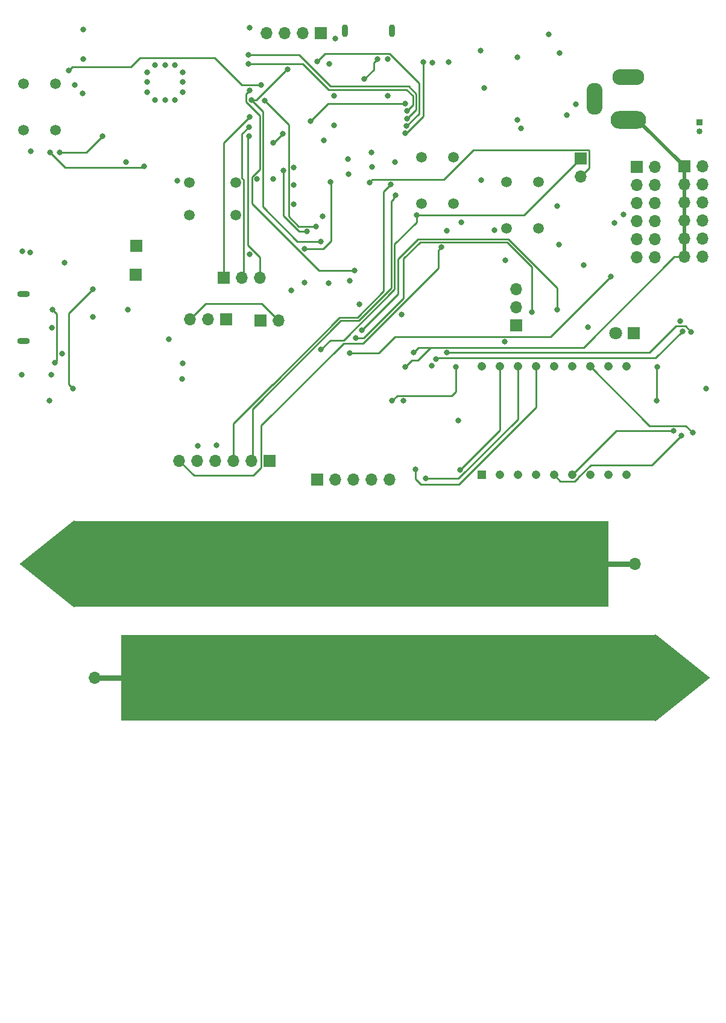
<source format=gbr>
%TF.GenerationSoftware,KiCad,Pcbnew,7.0.6*%
%TF.CreationDate,2023-11-01T15:52:39-07:00*%
%TF.ProjectId,Deliverable4_schematics,44656c69-7665-4726-9162-6c65345f7363,rev?*%
%TF.SameCoordinates,Original*%
%TF.FileFunction,Copper,L4,Bot*%
%TF.FilePolarity,Positive*%
%FSLAX46Y46*%
G04 Gerber Fmt 4.6, Leading zero omitted, Abs format (unit mm)*
G04 Created by KiCad (PCBNEW 7.0.6) date 2023-11-01 15:52:39*
%MOMM*%
%LPD*%
G01*
G04 APERTURE LIST*
G04 Aperture macros list*
%AMFreePoly0*
4,1,44,6.000000,-37.400000,6.017209,-37.405591,6.035282,-37.406431,6.045874,-37.414905,6.058779,-37.419098,6.069415,-37.433737,6.083542,-37.445039,6.087130,-37.458121,6.095106,-37.469098,6.095106,-37.487191,6.099893,-37.504641,6.095106,-37.517336,6.095106,-37.530902,6.084470,-37.545539,6.078087,-37.562470,0.078087,-45.062470,0.055956,-45.077029,0.035282,-45.093569,0.030476,-45.093792,0.026455,-45.096438,
-0.000010,-45.095208,-0.026455,-45.096437,-0.030473,-45.093793,-0.035282,-45.093570,-0.055970,-45.077019,-0.078087,-45.062469,-6.078087,-37.562470,-6.084470,-37.545540,-6.095106,-37.530902,-6.095106,-37.517335,-6.099893,-37.504640,-6.095106,-37.487189,-6.095106,-37.469098,-6.087132,-37.458123,-6.083543,-37.445039,-6.069413,-37.433735,-6.058779,-37.419098,-6.045876,-37.414905,-6.035282,-37.406430,-6.017205,-37.405590,
-6.000000,-37.400000,-6.000000,37.500000,6.000000,37.500000,6.000000,-37.400000,6.000000,-37.400000,$1*%
G04 Aperture macros list end*
%TA.AperFunction,ComponentPad*%
%ADD10O,1.700000X1.700000*%
%TD*%
%TA.AperFunction,SMDPad,CuDef*%
%ADD11FreePoly0,90.000000*%
%TD*%
%TA.AperFunction,SMDPad,CuDef*%
%ADD12FreePoly0,270.000000*%
%TD*%
%TA.AperFunction,ComponentPad*%
%ADD13O,0.900000X1.800000*%
%TD*%
%TA.AperFunction,ComponentPad*%
%ADD14R,1.700000X1.700000*%
%TD*%
%TA.AperFunction,ComponentPad*%
%ADD15R,1.208000X1.208000*%
%TD*%
%TA.AperFunction,ComponentPad*%
%ADD16C,1.208000*%
%TD*%
%TA.AperFunction,ComponentPad*%
%ADD17O,5.000000X2.500000*%
%TD*%
%TA.AperFunction,ComponentPad*%
%ADD18O,4.500000X2.250000*%
%TD*%
%TA.AperFunction,ComponentPad*%
%ADD19O,2.250000X4.500000*%
%TD*%
%TA.AperFunction,ComponentPad*%
%ADD20R,0.850000X0.850000*%
%TD*%
%TA.AperFunction,ComponentPad*%
%ADD21C,0.850000*%
%TD*%
%TA.AperFunction,ComponentPad*%
%ADD22C,1.507998*%
%TD*%
%TA.AperFunction,ComponentPad*%
%ADD23R,1.800000X1.800000*%
%TD*%
%TA.AperFunction,ComponentPad*%
%ADD24C,1.800000*%
%TD*%
%TA.AperFunction,ComponentPad*%
%ADD25O,1.800000X0.900000*%
%TD*%
%TA.AperFunction,ViaPad*%
%ADD26C,0.800000*%
%TD*%
%TA.AperFunction,Conductor*%
%ADD27C,0.250000*%
%TD*%
%TA.AperFunction,Conductor*%
%ADD28C,0.500000*%
%TD*%
%TA.AperFunction,Conductor*%
%ADD29C,0.750000*%
%TD*%
G04 APERTURE END LIST*
D10*
%TO.P,U10,2*%
%TO.N,Net-(U10-Pad2)*%
X184609000Y-166800000D03*
D11*
%TO.P,U10,4*%
X225841000Y-166810000D03*
%TD*%
D10*
%TO.P,U11,2*%
%TO.N,Net-(U11-Pad2)*%
X260491000Y-150800000D03*
D12*
%TO.P,U11,4*%
X219259000Y-150790000D03*
%TD*%
D13*
%TO.P,J7,S5*%
%TO.N,N/C*%
X226400000Y-75900000D03*
%TO.P,J7,S6*%
X219800000Y-75900000D03*
%TD*%
D14*
%TO.P,J2,1,Pin_1*%
%TO.N,unconnected-(J2-Pin_1-Pad1)*%
X209200000Y-136300000D03*
D10*
%TO.P,J2,2,Pin_2*%
%TO.N,Net-(IC1-PGC1{slash}OA1IN+_{slash}_AN4_{slash}_C1IN1+_{slash}_C1IN3-_{slash}_RPB2_{slash}_RB2)*%
X206660000Y-136300000D03*
%TO.P,J2,3,Pin_3*%
%TO.N,Net-(IC1-PGD1{slash}OA1IN-_{slash}_AN5_{slash}_CTCMP_{slash}_C1IN1-_{slash}_RTCC_{slash}_RPB3_{slash}_RB3)*%
X204120000Y-136300000D03*
%TO.P,J2,4,Pin_4*%
%TO.N,GND*%
X201580000Y-136300000D03*
%TO.P,J2,5,Pin_5*%
%TO.N,+3.3V*%
X199040000Y-136300000D03*
%TO.P,J2,6,Pin_6*%
%TO.N,Net-(IC1-~{MCLR})*%
X196500000Y-136300000D03*
%TD*%
D15*
%TO.P,D7,1*%
%TO.N,Net-(D7-Pad1)*%
X238940000Y-138320000D03*
D16*
%TO.P,D7,2*%
%TO.N,Net-(D7-Pad2)*%
X241480000Y-138320000D03*
%TO.P,D7,3*%
%TO.N,Net-(D7-Pad3)*%
X244020000Y-138320000D03*
%TO.P,D7,4*%
%TO.N,Net-(D7-Pad4)*%
X246560000Y-138320000D03*
%TO.P,D7,5*%
%TO.N,Net-(D7-Pad5)*%
X249100000Y-138320000D03*
%TO.P,D7,6*%
%TO.N,Net-(D7-Pad6)*%
X251640000Y-138320000D03*
%TO.P,D7,7*%
%TO.N,Net-(D7-Pad7)*%
X254180000Y-138320000D03*
%TO.P,D7,8*%
%TO.N,Net-(D7-Pad8)*%
X256720000Y-138320000D03*
%TO.P,D7,9*%
%TO.N,Net-(D7-Pad9)*%
X259260000Y-138320000D03*
%TO.P,D7,10*%
%TO.N,Net-(D7-Pad10)*%
X259260000Y-123080000D03*
%TO.P,D7,11*%
%TO.N,Net-(D7-Pad11)*%
X256720000Y-123080000D03*
%TO.P,D7,12*%
%TO.N,Net-(D7-Pad12)*%
X254180000Y-123080000D03*
%TO.P,D7,13*%
%TO.N,GND*%
X251640000Y-123080000D03*
%TO.P,D7,14*%
X249100000Y-123080000D03*
%TO.P,D7,15*%
%TO.N,Net-(D7-Pad15)*%
X246560000Y-123080000D03*
%TO.P,D7,16*%
%TO.N,Net-(D7-Pad16)*%
X244020000Y-123080000D03*
%TO.P,D7,17*%
%TO.N,Net-(D7-Pad17)*%
X241480000Y-123080000D03*
%TO.P,D7,18*%
%TO.N,Net-(D7-Pad18)*%
X238940000Y-123080000D03*
%TD*%
D17*
%TO.P,J5,1*%
%TO.N,+5V*%
X259526193Y-88412500D03*
D18*
%TO.P,J5,2*%
%TO.N,GND*%
X259526193Y-82412500D03*
D19*
%TO.P,J5,3*%
%TO.N,N/C*%
X254826193Y-85412500D03*
%TD*%
D14*
%TO.P,SW2,1,1*%
%TO.N,+3.3V*%
X207900000Y-116600000D03*
D10*
%TO.P,SW2,2,2*%
%TO.N,/Sensors/WaterLevel*%
X210440000Y-116600000D03*
%TD*%
D14*
%TO.P,J3,1,Pin_1*%
%TO.N,+5V*%
X267400000Y-94970000D03*
D10*
%TO.P,J3,2,Pin_2*%
%TO.N,GND*%
X269940000Y-94970000D03*
%TO.P,J3,3,Pin_3*%
%TO.N,+5V*%
X267400000Y-97510000D03*
%TO.P,J3,4,Pin_4*%
%TO.N,GND*%
X269940000Y-97510000D03*
%TO.P,J3,5,Pin_5*%
%TO.N,+5V*%
X267400000Y-100050000D03*
%TO.P,J3,6,Pin_6*%
%TO.N,GND*%
X269940000Y-100050000D03*
%TO.P,J3,7,Pin_7*%
%TO.N,+5V*%
X267400000Y-102590000D03*
%TO.P,J3,8,Pin_8*%
%TO.N,GND*%
X269940000Y-102590000D03*
%TO.P,J3,9,Pin_9*%
%TO.N,+5V*%
X267400000Y-105130000D03*
%TO.P,J3,10,Pin_10*%
%TO.N,GND*%
X269940000Y-105130000D03*
%TO.P,J3,11,Pin_11*%
%TO.N,+5V*%
X267400000Y-107670000D03*
%TO.P,J3,12,Pin_12*%
%TO.N,GND*%
X269940000Y-107670000D03*
%TD*%
D14*
%TO.P,J11,1,Pin_1*%
%TO.N,Net-(J11-Pin_1)*%
X202775000Y-110600000D03*
D10*
%TO.P,J11,2,Pin_2*%
%TO.N,Net-(J11-Pin_2)*%
X205315000Y-110600000D03*
%TO.P,J11,3,Pin_3*%
%TO.N,Net-(J11-Pin_3)*%
X207855000Y-110600000D03*
%TD*%
D14*
%TO.P,J4,1,Pin_1*%
%TO.N,+3.3V*%
X260760000Y-95000000D03*
D10*
%TO.P,J4,2,Pin_2*%
%TO.N,GND*%
X263300000Y-95000000D03*
%TO.P,J4,3,Pin_3*%
%TO.N,+3.3V*%
X260760000Y-97540000D03*
%TO.P,J4,4,Pin_4*%
%TO.N,GND*%
X263300000Y-97540000D03*
%TO.P,J4,5,Pin_5*%
%TO.N,+3.3V*%
X260760000Y-100080000D03*
%TO.P,J4,6,Pin_6*%
%TO.N,GND*%
X263300000Y-100080000D03*
%TO.P,J4,7,Pin_7*%
%TO.N,+3.3V*%
X260760000Y-102620000D03*
%TO.P,J4,8,Pin_8*%
%TO.N,GND*%
X263300000Y-102620000D03*
%TO.P,J4,9,Pin_9*%
%TO.N,+3.3V*%
X260760000Y-105160000D03*
%TO.P,J4,10,Pin_10*%
%TO.N,GND*%
X263300000Y-105160000D03*
%TO.P,J4,11,Pin_11*%
%TO.N,+3.3V*%
X260760000Y-107700000D03*
%TO.P,J4,12,Pin_12*%
%TO.N,GND*%
X263300000Y-107700000D03*
%TD*%
D14*
%TO.P,U3,1*%
%TO.N,/Sensors/SoilMoisture*%
X190400000Y-110200000D03*
%TD*%
%TO.P,J10,1,Pin_1*%
%TO.N,Net-(IC1-TDO_{slash}_RPB10_{slash}_PWMH3_{slash}_RB10)*%
X215840000Y-139000000D03*
D10*
%TO.P,J10,2,Pin_2*%
%TO.N,Net-(IC1-TCK_{slash}_RPB11_{slash}_PWML3_{slash}_RB11)*%
X218380000Y-139000000D03*
%TO.P,J10,3,Pin_3*%
%TO.N,Net-(IC1-RPB12_{slash}_PWMH2_{slash}_RB12)*%
X220920000Y-139000000D03*
%TO.P,J10,4,Pin_4*%
%TO.N,Net-(IC1-RPB13_{slash}_PWML2_{slash}_CTPLS_{slash}_RB13)*%
X223460000Y-139000000D03*
%TO.P,J10,5,Pin_5*%
%TO.N,Net-(IC1-PWMH4_{slash}_RA10)*%
X226000000Y-139000000D03*
%TD*%
D14*
%TO.P,J6,1,Pin_1*%
%TO.N,/Sensors/Temp*%
X203125000Y-116400000D03*
D10*
%TO.P,J6,2,Pin_2*%
%TO.N,/Sensors/SoilMoisture*%
X200585000Y-116400000D03*
%TO.P,J6,3,Pin_3*%
%TO.N,/Sensors/WaterLevel*%
X198045000Y-116400000D03*
%TD*%
D14*
%TO.P,U2,1*%
%TO.N,Net-(Q1-S)*%
X190500000Y-106100000D03*
%TD*%
D20*
%TO.P,M1,1,+*%
%TO.N,+5V*%
X269525000Y-88762500D03*
D21*
%TO.P,M1,2,-*%
%TO.N,Net-(D6-A)*%
X269525000Y-90012500D03*
%TD*%
D22*
%TO.P,SW4,1,1*%
%TO.N,GND*%
X197949999Y-97254900D03*
%TO.P,SW4,2*%
%TO.N,N/C*%
X204450001Y-97254900D03*
%TO.P,SW4,3*%
X197949999Y-101754901D03*
%TO.P,SW4,4,4*%
%TO.N,Net-(U5-IO0)*%
X204450001Y-101754901D03*
%TD*%
%TO.P,SW5,1,1*%
%TO.N,+3.3V*%
X235045100Y-93649999D03*
%TO.P,SW5,2*%
%TO.N,N/C*%
X235045100Y-100150001D03*
%TO.P,SW5,3*%
X230545099Y-93649999D03*
%TO.P,SW5,4,4*%
%TO.N,/UserIO/UserButton*%
X230545099Y-100150001D03*
%TD*%
D23*
%TO.P,D15,1,K*%
%TO.N,Net-(D15-K)*%
X260300000Y-118400000D03*
D24*
%TO.P,D15,2,A*%
%TO.N,Net-(D15-A)*%
X257760000Y-118400000D03*
%TD*%
D14*
%TO.P,J13,1,Pin_1*%
%TO.N,/UserIO/SCK*%
X243800000Y-117300000D03*
D10*
%TO.P,J13,2,Pin_2*%
%TO.N,/UserIO/SS*%
X243800000Y-114760000D03*
%TO.P,J13,3,Pin_3*%
%TO.N,/UserIO/SDO*%
X243800000Y-112220000D03*
%TD*%
D14*
%TO.P,J12,1,Pin_1*%
%TO.N,/USB_Output/TX_Output*%
X252900000Y-93800000D03*
D10*
%TO.P,J12,2,Pin_2*%
%TO.N,/USB_Output/RX_Output*%
X252900000Y-96340000D03*
%TD*%
D14*
%TO.P,J1,1,Pin_1*%
%TO.N,/WiFi/SCK1*%
X216340000Y-76200000D03*
D10*
%TO.P,J1,2,Pin_2*%
%TO.N,/WiFi/CS1*%
X213800000Y-76200000D03*
%TO.P,J1,3,Pin_3*%
%TO.N,/WiFi/MOSI*%
X211260000Y-76200000D03*
%TO.P,J1,4,Pin_4*%
%TO.N,/WiFi/MISO*%
X208720000Y-76200000D03*
%TD*%
D25*
%TO.P,J9,S5*%
%TO.N,N/C*%
X174662500Y-112900000D03*
%TO.P,J9,S6*%
X174662500Y-119500000D03*
%TD*%
D22*
%TO.P,SW3,1,1*%
%TO.N,Net-(U5-EN)*%
X179145100Y-83349999D03*
%TO.P,SW3,2*%
%TO.N,N/C*%
X179145100Y-89850001D03*
%TO.P,SW3,3*%
X174645099Y-83349999D03*
%TO.P,SW3,4,4*%
%TO.N,GND*%
X174645099Y-89850001D03*
%TD*%
%TO.P,SW1,1,1*%
%TO.N,GND*%
X246945100Y-97149999D03*
%TO.P,SW1,2*%
%TO.N,N/C*%
X246945100Y-103650001D03*
%TO.P,SW1,3*%
X242445099Y-97149999D03*
%TO.P,SW1,4,4*%
%TO.N,Net-(C1-Pad1)*%
X242445099Y-103650001D03*
%TD*%
D26*
%TO.N,+5V*%
X229400000Y-121100000D03*
X228200000Y-123100000D03*
%TO.N,GND*%
X194500000Y-85600000D03*
X253300000Y-108800000D03*
X217600000Y-80560000D03*
X180033177Y-121306364D03*
X212600000Y-95100000D03*
X197000000Y-84500000D03*
X216664373Y-101944000D03*
X193100000Y-80700000D03*
X195000000Y-119200000D03*
X242300000Y-108100000D03*
X248400000Y-76400000D03*
X201700000Y-134100000D03*
X244500000Y-89600000D03*
X192000000Y-81700000D03*
X218400000Y-77000000D03*
X182900000Y-84689500D03*
X225800000Y-79860000D03*
X174500000Y-106900000D03*
X214114500Y-111300000D03*
X193100000Y-85600000D03*
X175660000Y-92809998D03*
X220400000Y-111000000D03*
X231975007Y-123000000D03*
X270500000Y-126200000D03*
X225753954Y-85053954D03*
X235700000Y-130700000D03*
X257650000Y-102900000D03*
X206400000Y-75500000D03*
X227700000Y-115800000D03*
X228000000Y-127900000D03*
X220300000Y-96062500D03*
X252200000Y-86200000D03*
X238900000Y-96900000D03*
X192000000Y-83100000D03*
X189300000Y-115100000D03*
X212185500Y-112400000D03*
X197000000Y-81700000D03*
X238800000Y-78700000D03*
X192000000Y-84500000D03*
X195900000Y-85600000D03*
X196200000Y-97000000D03*
X250900000Y-87700000D03*
X266800000Y-116670500D03*
X174362500Y-124262500D03*
X234100000Y-104000000D03*
X180400000Y-108500000D03*
X197000000Y-83100000D03*
X223600000Y-95037500D03*
X195900000Y-80700000D03*
X189000000Y-94300000D03*
X226800000Y-94300000D03*
X178600000Y-117600000D03*
X217500000Y-111400000D03*
X258850000Y-101700000D03*
X184400000Y-116100000D03*
X194500000Y-80700000D03*
X218200000Y-89160000D03*
X183050000Y-75750000D03*
X242200000Y-119600000D03*
X207400000Y-96737500D03*
%TO.N,+3.3V*%
X183000000Y-79900000D03*
X196900000Y-124800000D03*
X223500000Y-93000000D03*
X236062500Y-102800000D03*
X197000000Y-122600000D03*
X178500000Y-124200000D03*
X209700000Y-96737500D03*
X175560000Y-107009998D03*
X221800000Y-114300000D03*
X240800000Y-103900000D03*
X244000000Y-79600000D03*
X234300000Y-80300000D03*
X239300000Y-83900000D03*
X249800000Y-105900000D03*
X199100000Y-134200000D03*
X206400000Y-107300000D03*
X220200000Y-93950000D03*
X253900000Y-117500000D03*
X212599500Y-97600000D03*
X249900000Y-79000000D03*
X244000000Y-88400000D03*
X212599500Y-100300000D03*
X218200000Y-85060000D03*
X178300000Y-127900000D03*
X216800000Y-91260000D03*
X249600000Y-100500000D03*
X232000000Y-80400000D03*
X181800000Y-83500000D03*
%TO.N,/Pump/Pump*%
X220400000Y-121200000D03*
X257100000Y-110400000D03*
%TO.N,/USB_Output/TX_Output*%
X229800000Y-101800000D03*
X216400000Y-120700000D03*
%TO.N,/USB_Output/RX_Output*%
X223200000Y-97200000D03*
%TO.N,/Sensors/Temp*%
X214100000Y-106500000D03*
X217700000Y-97100000D03*
%TO.N,Net-(J11-Pin_1)*%
X206400000Y-88000000D03*
%TO.N,Net-(U6-VBUS)*%
X181600000Y-126200000D03*
X184400000Y-112200000D03*
%TO.N,Net-(U5-EN)*%
X208000000Y-83500000D03*
X180995099Y-81500000D03*
%TO.N,Net-(U5-IO0)*%
X209700000Y-91610456D03*
X211000000Y-90400000D03*
%TO.N,Net-(J7-VBUS)*%
X222500000Y-82660000D03*
X224300000Y-79900000D03*
%TO.N,Net-(J9-D-)*%
X179000000Y-122500000D03*
X178700000Y-115100000D03*
%TO.N,Net-(D8-K)*%
X246000000Y-115400000D03*
X221300000Y-119100000D03*
%TO.N,Net-(IC1-~{MCLR})*%
X233300078Y-106299922D03*
%TO.N,Net-(IC1-PGC1{slash}OA1IN+_{slash}_AN4_{slash}_C1IN1+_{slash}_C1IN3-_{slash}_RPB2_{slash}_RB2)*%
X226914500Y-99000000D03*
%TO.N,Net-(IC1-PGD1{slash}OA1IN-_{slash}_AN5_{slash}_CTCMP_{slash}_C1IN1-_{slash}_RTCC_{slash}_RPB3_{slash}_RB3)*%
X226200000Y-97500000D03*
%TO.N,/WiFi/MOSI*%
X215700000Y-103373500D03*
X208500000Y-85700000D03*
%TO.N,Net-(D10-K)*%
X249600000Y-115100000D03*
X222100000Y-118000000D03*
%TO.N,/WiFi/CS1*%
X211129500Y-95500000D03*
X214388000Y-104088000D03*
%TO.N,/WiFi/SCK1*%
X211700000Y-81300000D03*
X206599500Y-85600000D03*
X216400000Y-105500000D03*
%TO.N,Net-(U4-DTR)*%
X228200000Y-86100000D03*
X214900000Y-88600000D03*
%TO.N,Net-(U4-RTS)*%
X215900000Y-80200000D03*
X228400000Y-89300000D03*
%TO.N,Net-(U4-CTS)*%
X230800000Y-80300000D03*
X228200000Y-90300000D03*
%TO.N,Net-(J11-Pin_2)*%
X206300000Y-89400000D03*
%TO.N,Net-(U4-RXD)*%
X228494772Y-88205228D03*
X206200000Y-79300000D03*
%TO.N,Net-(U4-TXD)*%
X206200000Y-80500000D03*
X228491578Y-87118879D03*
%TO.N,/WiFi/MISO*%
X206400000Y-84300000D03*
X221100000Y-109600000D03*
%TO.N,Net-(J11-Pin_3)*%
X206300000Y-90700000D03*
%TO.N,Net-(U5-IO14)*%
X185700000Y-90700000D03*
X179700000Y-93000000D03*
%TO.N,Net-(U5-IO13)*%
X191600000Y-94900000D03*
X178400000Y-93000000D03*
%TO.N,Net-(U8-\u002ASRCLR)*%
X235300000Y-123100000D03*
X226400000Y-127900000D03*
%TO.N,Net-(D7-Pad5)*%
X267000000Y-132800000D03*
%TO.N,Net-(D7-Pad6)*%
X265900000Y-132100000D03*
%TO.N,Net-(D7-Pad12)*%
X268594772Y-132394772D03*
%TO.N,Net-(D7-Pad15)*%
X229700000Y-137500000D03*
%TO.N,Net-(D7-Pad16)*%
X231100000Y-138800000D03*
%TO.N,Net-(D7-Pad17)*%
X235900000Y-137600000D03*
%TO.N,Net-(U9-QA)*%
X263500000Y-127900000D03*
X263655228Y-123144772D03*
%TO.N,Net-(U7-1Y2)*%
X267200000Y-118100000D03*
X232560479Y-122000000D03*
%TO.N,Net-(U7-1Y1)*%
X234100000Y-121114500D03*
X268400000Y-118200000D03*
%TD*%
D27*
%TO.N,+5V*%
X231761000Y-120400000D02*
X253300000Y-120400000D01*
X229400000Y-121100000D02*
X230100000Y-120400000D01*
X229139000Y-122161000D02*
X230000000Y-122161000D01*
X228200000Y-123100000D02*
X229139000Y-122161000D01*
X253300000Y-120400000D02*
X266030000Y-107670000D01*
D28*
X267400000Y-100050000D02*
X267400000Y-102590000D01*
X267400000Y-105130000D02*
X267400000Y-107670000D01*
X267400000Y-102590000D02*
X267400000Y-105130000D01*
D27*
X230000000Y-122161000D02*
X231761000Y-120400000D01*
D28*
X267400000Y-97510000D02*
X267400000Y-100050000D01*
D27*
X266030000Y-107670000D02*
X267400000Y-107670000D01*
D28*
X267400000Y-94970000D02*
X267400000Y-97510000D01*
X260842500Y-88412500D02*
X267400000Y-94970000D01*
D27*
X230100000Y-120400000D02*
X231761000Y-120400000D01*
%TO.N,/Pump/Pump*%
X224500000Y-121200000D02*
X226815000Y-118885000D01*
X224500000Y-121200000D02*
X220400000Y-121200000D01*
X257100000Y-110400000D02*
X248615000Y-118885000D01*
X248615000Y-118885000D02*
X226815000Y-118885000D01*
%TO.N,/Sensors/WaterLevel*%
X198045000Y-116400000D02*
X200245000Y-114200000D01*
X200245000Y-114200000D02*
X208040000Y-114200000D01*
X208040000Y-114200000D02*
X210440000Y-116600000D01*
%TO.N,/USB_Output/TX_Output*%
X217725000Y-119375000D02*
X219569508Y-119375000D01*
X226740000Y-105860000D02*
X229800000Y-102800000D01*
X226740000Y-112204508D02*
X226740000Y-105860000D01*
X252900000Y-93800000D02*
X244900000Y-101800000D01*
X229800000Y-102800000D02*
X229800000Y-101800000D01*
X219569508Y-119375000D02*
X226740000Y-112204508D01*
X216400000Y-120700000D02*
X217725000Y-119375000D01*
X244900000Y-101800000D02*
X229800000Y-101800000D01*
%TO.N,/USB_Output/RX_Output*%
X254065000Y-92765000D02*
X253935000Y-92635000D01*
X252900000Y-96340000D02*
X254065000Y-95175000D01*
X237765000Y-92635000D02*
X233615000Y-96785000D01*
X233615000Y-96785000D02*
X223615000Y-96785000D01*
X254065000Y-95175000D02*
X254065000Y-92765000D01*
X223615000Y-96785000D02*
X223200000Y-97200000D01*
X253935000Y-92635000D02*
X237765000Y-92635000D01*
%TO.N,/Sensors/Temp*%
X216711163Y-106500000D02*
X217800000Y-105411163D01*
X217800000Y-97200000D02*
X217700000Y-97100000D01*
X217800000Y-105411163D02*
X217800000Y-97200000D01*
X214100000Y-106500000D02*
X216711163Y-106500000D01*
%TO.N,Net-(J11-Pin_1)*%
X206400000Y-88000000D02*
X202775000Y-91625000D01*
X202775000Y-91625000D02*
X202775000Y-110170000D01*
%TO.N,Net-(U6-VBUS)*%
X181000000Y-115600000D02*
X181000000Y-125600000D01*
X181000000Y-125600000D02*
X181600000Y-126200000D01*
X184400000Y-112200000D02*
X181000000Y-115600000D01*
%TO.N,Net-(U5-EN)*%
X208000000Y-83500000D02*
X205300000Y-83500000D01*
X205300000Y-83500000D02*
X201500000Y-79700000D01*
X181510099Y-80985000D02*
X180995099Y-81500000D01*
X191000000Y-79700000D02*
X189715000Y-80985000D01*
X201500000Y-79700000D02*
X191000000Y-79700000D01*
X189715000Y-80985000D02*
X181510099Y-80985000D01*
%TO.N,Net-(U5-IO0)*%
X209789544Y-91610456D02*
X211000000Y-90400000D01*
X209700000Y-91610456D02*
X209789544Y-91610456D01*
%TO.N,Net-(J7-VBUS)*%
X224300000Y-79900000D02*
X223800000Y-80400000D01*
X223800000Y-80400000D02*
X223800000Y-81360000D01*
X223800000Y-81360000D02*
X222500000Y-82660000D01*
%TO.N,Net-(J9-D-)*%
X179315000Y-117896163D02*
X179315000Y-115715000D01*
X179315000Y-115715000D02*
X178700000Y-115100000D01*
X179300000Y-122200000D02*
X179300000Y-117911163D01*
X179000000Y-122500000D02*
X179300000Y-122200000D01*
X179300000Y-117911163D02*
X179315000Y-117896163D01*
%TO.N,Net-(D8-K)*%
X233611319Y-105600000D02*
X242500000Y-105600000D01*
X242500000Y-105600000D02*
X246000000Y-109100000D01*
X230315078Y-105584922D02*
X233596241Y-105584922D01*
X228000000Y-113500000D02*
X228000000Y-107900000D01*
X221300000Y-119100000D02*
X222400000Y-119100000D01*
X246000000Y-109100000D02*
X246000000Y-115400000D01*
X228000000Y-107900000D02*
X230315078Y-105584922D01*
X222400000Y-119100000D02*
X228000000Y-113500000D01*
X233596241Y-105584922D02*
X233611319Y-105600000D01*
%TO.N,Net-(IC1-~{MCLR})*%
X233300078Y-106299922D02*
X232850078Y-106749922D01*
X232850078Y-106749922D02*
X232850078Y-109272176D01*
X208035000Y-131365000D02*
X208035000Y-137265000D01*
X222307254Y-119815000D02*
X219585000Y-119815000D01*
X206900000Y-138400000D02*
X198600000Y-138400000D01*
X208035000Y-137265000D02*
X206900000Y-138400000D01*
X219585000Y-119815000D02*
X208035000Y-131365000D01*
X198600000Y-138400000D02*
X196500000Y-136300000D01*
X232850078Y-109272176D02*
X222307254Y-119815000D01*
%TO.N,Net-(IC1-PGC1{slash}OA1IN+_{slash}_AN4_{slash}_C1IN1+_{slash}_C1IN3-_{slash}_RPB2_{slash}_RB2)*%
X226914500Y-99000000D02*
X226639500Y-99275000D01*
X226639500Y-99275000D02*
X226639500Y-99478417D01*
X219197254Y-116625000D02*
X206800000Y-129022254D01*
X206800000Y-129022254D02*
X206800000Y-136160000D01*
X221697254Y-116625000D02*
X219197254Y-116625000D01*
X226639500Y-99478417D02*
X226300000Y-99817917D01*
X226300000Y-112022254D02*
X221697254Y-116625000D01*
X226300000Y-99817917D02*
X226300000Y-112022254D01*
%TO.N,Net-(IC1-PGD1{slash}OA1IN-_{slash}_AN5_{slash}_CTCMP_{slash}_C1IN1-_{slash}_RTCC_{slash}_RPB3_{slash}_RB3)*%
X221515000Y-116185000D02*
X219015000Y-116185000D01*
X209535000Y-125635000D02*
X209500000Y-125600000D01*
X204120000Y-131080000D02*
X204120000Y-136300000D01*
X209500000Y-125600000D02*
X209500000Y-125700000D01*
X225200000Y-98500000D02*
X225200000Y-112500000D01*
X209500000Y-125700000D02*
X204120000Y-131080000D01*
X219015000Y-116185000D02*
X209565000Y-125635000D01*
X209565000Y-125635000D02*
X209535000Y-125635000D01*
X226200000Y-97500000D02*
X225200000Y-98500000D01*
X225200000Y-112500000D02*
X221515000Y-116185000D01*
%TO.N,/WiFi/MOSI*%
X211885000Y-101985000D02*
X211885000Y-94803837D01*
X211900000Y-94788837D02*
X211900000Y-89100000D01*
X211900000Y-89100000D02*
X208500000Y-85700000D01*
X213273500Y-103373500D02*
X211885000Y-101985000D01*
X215700000Y-103373500D02*
X213273500Y-103373500D01*
X211885000Y-94803837D02*
X211900000Y-94788837D01*
%TO.N,Net-(D10-K)*%
X242667176Y-105144922D02*
X230035078Y-105144922D01*
X249600000Y-115100000D02*
X249600000Y-112077746D01*
X230035078Y-105144922D02*
X227180000Y-108000000D01*
X227180000Y-112920000D02*
X222100000Y-118000000D01*
X249600000Y-112077746D02*
X242667176Y-105144922D01*
X227180000Y-108000000D02*
X227180000Y-112920000D01*
%TO.N,/WiFi/CS1*%
X211129500Y-101851754D02*
X211129500Y-95500000D01*
X213365746Y-104088000D02*
X211129500Y-101851754D01*
X214388000Y-104088000D02*
X213365746Y-104088000D01*
%TO.N,/WiFi/SCK1*%
X206599500Y-85600000D02*
X207300000Y-85600000D01*
X211600000Y-81300000D02*
X211700000Y-81300000D01*
X208240000Y-100640000D02*
X208240000Y-87240500D01*
X216400000Y-105500000D02*
X213100000Y-105500000D01*
X213100000Y-105500000D02*
X208240000Y-100640000D01*
X207300000Y-85600000D02*
X211600000Y-81300000D01*
X208240000Y-87240500D02*
X206599500Y-85600000D01*
%TO.N,Net-(U4-DTR)*%
X214900000Y-88600000D02*
X217400000Y-86100000D01*
X217400000Y-86100000D02*
X228200000Y-86100000D01*
%TO.N,Net-(U4-RTS)*%
X217000000Y-79100000D02*
X215900000Y-80200000D01*
X230180000Y-83228837D02*
X226051163Y-79100000D01*
X228400000Y-89300000D02*
X228411163Y-89300000D01*
X228411163Y-89300000D02*
X230180000Y-87531163D01*
X230180000Y-87531163D02*
X230180000Y-83228837D01*
X226051163Y-79100000D02*
X217000000Y-79100000D01*
%TO.N,Net-(U4-CTS)*%
X230800000Y-87911163D02*
X230800000Y-80300000D01*
X228411163Y-90300000D02*
X230800000Y-87911163D01*
X228200000Y-90300000D02*
X228411163Y-90300000D01*
%TO.N,Net-(J11-Pin_2)*%
X206300000Y-89400000D02*
X205315000Y-90385000D01*
X205315000Y-90385000D02*
X205315000Y-96608106D01*
X205315000Y-96608106D02*
X205519000Y-96812106D01*
X205519000Y-96812106D02*
X205519000Y-110226000D01*
%TO.N,Net-(U4-RXD)*%
X229740000Y-84740000D02*
X228700000Y-83700000D01*
X213300000Y-79300000D02*
X206200000Y-79300000D01*
X217700000Y-83700000D02*
X213300000Y-79300000D01*
X228494772Y-88205228D02*
X229740000Y-86960000D01*
X229740000Y-86960000D02*
X229740000Y-84740000D01*
X228700000Y-83700000D02*
X217700000Y-83700000D01*
%TO.N,Net-(U4-TXD)*%
X229300000Y-85000000D02*
X228440000Y-84140000D01*
X229300000Y-86310457D02*
X229300000Y-85000000D01*
X213877746Y-80500000D02*
X206200000Y-80500000D01*
X228440000Y-84140000D02*
X217517746Y-84140000D01*
X228491578Y-87118879D02*
X229300000Y-86310457D01*
X217517746Y-84140000D02*
X213877746Y-80500000D01*
%TO.N,/WiFi/MISO*%
X207800000Y-87811663D02*
X207800000Y-95326337D01*
X206685000Y-96441337D02*
X206685000Y-100185000D01*
X205884500Y-84815500D02*
X205884500Y-85896163D01*
X216100000Y-109600000D02*
X221100000Y-109600000D01*
X206685000Y-100185000D02*
X216100000Y-109600000D01*
X206400000Y-84300000D02*
X205884500Y-84815500D01*
X205884500Y-85896163D02*
X207800000Y-87811663D01*
X207800000Y-95326337D02*
X206685000Y-96441337D01*
%TO.N,Net-(J11-Pin_3)*%
X206100000Y-105988837D02*
X207855000Y-107743837D01*
X206300000Y-90700000D02*
X206100000Y-90900000D01*
X207855000Y-107743837D02*
X207855000Y-110600000D01*
X206100000Y-90900000D02*
X206100000Y-105988837D01*
%TO.N,Net-(U5-IO14)*%
X185700000Y-90700000D02*
X183400000Y-93000000D01*
X183400000Y-93000000D02*
X179700000Y-93000000D01*
%TO.N,Net-(U5-IO13)*%
X180500000Y-95100000D02*
X178400000Y-93000000D01*
X191400000Y-95100000D02*
X180500000Y-95100000D01*
X191600000Y-94900000D02*
X191400000Y-95100000D01*
%TO.N,Net-(U8-\u002ASRCLR)*%
X227115000Y-127185000D02*
X234715000Y-127185000D01*
X235300000Y-126600000D02*
X235300000Y-123100000D01*
X234715000Y-127185000D02*
X235300000Y-126600000D01*
X226400000Y-127900000D02*
X227115000Y-127185000D01*
%TO.N,Net-(D7-Pad5)*%
X267000000Y-132800000D02*
X262899000Y-136901000D01*
X252020663Y-139239000D02*
X250019000Y-139239000D01*
X250019000Y-139239000D02*
X249100000Y-138320000D01*
X252559000Y-138641337D02*
X252559000Y-138700663D01*
X262899000Y-136901000D02*
X254299337Y-136901000D01*
X252559000Y-138700663D02*
X252020663Y-139239000D01*
X254299337Y-136901000D02*
X252559000Y-138641337D01*
%TO.N,Net-(D7-Pad6)*%
X265900000Y-132100000D02*
X257860000Y-132100000D01*
X257860000Y-132100000D02*
X251640000Y-138320000D01*
%TO.N,Net-(D7-Pad12)*%
X267585000Y-131385000D02*
X262485000Y-131385000D01*
X262485000Y-131385000D02*
X254180000Y-123080000D01*
X268594772Y-132394772D02*
X267585000Y-131385000D01*
%TO.N,Net-(D7-Pad15)*%
X235800000Y-139600000D02*
X246560000Y-128840000D01*
X229700000Y-138900000D02*
X230400000Y-139600000D01*
X246560000Y-128840000D02*
X246560000Y-123080000D01*
X229700000Y-137500000D02*
X229700000Y-138900000D01*
X230400000Y-139600000D02*
X235800000Y-139600000D01*
%TO.N,Net-(D7-Pad16)*%
X244020000Y-130491163D02*
X244020000Y-123080000D01*
X231100000Y-138800000D02*
X235711163Y-138800000D01*
X235711163Y-138800000D02*
X244020000Y-130491163D01*
%TO.N,Net-(D7-Pad17)*%
X235900000Y-137600000D02*
X241480000Y-132020000D01*
X241480000Y-132020000D02*
X241480000Y-123080000D01*
%TO.N,Net-(U9-QA)*%
X263655228Y-123144772D02*
X263500000Y-123300000D01*
X263500000Y-123300000D02*
X263500000Y-127900000D01*
%TO.N,Net-(U7-1Y2)*%
X232660479Y-121900000D02*
X232560479Y-122000000D01*
X263400000Y-121900000D02*
X232660479Y-121900000D01*
X267200000Y-118100000D02*
X263400000Y-121900000D01*
%TO.N,Net-(U7-1Y1)*%
X268400000Y-118200000D02*
X267585000Y-117385000D01*
X262485500Y-121114500D02*
X234100000Y-121114500D01*
X267585000Y-117385000D02*
X266215000Y-117385000D01*
X266215000Y-117385000D02*
X262485500Y-121114500D01*
D29*
%TO.N,Net-(U10-Pad2)*%
X184609000Y-166800000D02*
X225831000Y-166800000D01*
%TO.N,Net-(U11-Pad2)*%
X260491000Y-150800000D02*
X219269000Y-150800000D01*
%TD*%
M02*

</source>
